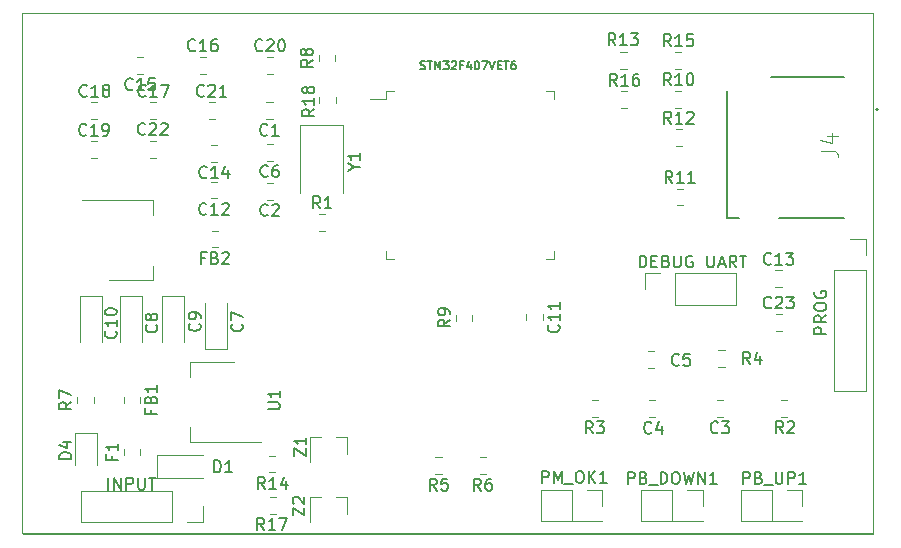
<source format=gbr>
G04 #@! TF.GenerationSoftware,KiCad,Pcbnew,(5.1.5)-3*
G04 #@! TF.CreationDate,2020-08-27T07:53:39+02:00*
G04 #@! TF.ProjectId,licznik,6c69637a-6e69-46b2-9e6b-696361645f70,rev?*
G04 #@! TF.SameCoordinates,Original*
G04 #@! TF.FileFunction,Legend,Top*
G04 #@! TF.FilePolarity,Positive*
%FSLAX46Y46*%
G04 Gerber Fmt 4.6, Leading zero omitted, Abs format (unit mm)*
G04 Created by KiCad (PCBNEW (5.1.5)-3) date 2020-08-27 07:53:39*
%MOMM*%
%LPD*%
G04 APERTURE LIST*
%ADD10C,0.120000*%
%ADD11C,0.200000*%
%ADD12C,0.127000*%
%ADD13C,0.150000*%
%ADD14C,0.100000*%
G04 APERTURE END LIST*
D10*
X161650000Y-106700000D02*
X161650000Y-62700000D01*
X89700000Y-106750000D02*
X161650000Y-106700000D01*
X89650000Y-62650000D02*
X90650000Y-62650000D01*
X161650000Y-62650000D02*
X89650000Y-62650000D01*
X161650000Y-106650000D02*
X161650000Y-62650000D01*
X89650000Y-106650000D02*
X161650000Y-106650000D01*
X89650000Y-62650000D02*
X89650000Y-106650000D01*
X117180000Y-103590000D02*
X117180000Y-105050000D01*
X114020000Y-103590000D02*
X114020000Y-105750000D01*
X114020000Y-103590000D02*
X114950000Y-103590000D01*
X117180000Y-103590000D02*
X116250000Y-103590000D01*
X117180000Y-98515000D02*
X117180000Y-99975000D01*
X114020000Y-98515000D02*
X114020000Y-100675000D01*
X114020000Y-98515000D02*
X114950000Y-98515000D01*
X117180000Y-98515000D02*
X116250000Y-98515000D01*
X114765000Y-69728922D02*
X114765000Y-70246078D01*
X116185000Y-69728922D02*
X116185000Y-70246078D01*
X153453922Y-89535000D02*
X153971078Y-89535000D01*
X153453922Y-88115000D02*
X153971078Y-88115000D01*
X104930000Y-104400000D02*
X104930000Y-105730000D01*
X104930000Y-105730000D02*
X103600000Y-105730000D01*
X102330000Y-105730000D02*
X94650000Y-105730000D01*
X94650000Y-103070000D02*
X94650000Y-105730000D01*
X102330000Y-103070000D02*
X94650000Y-103070000D01*
X102330000Y-103070000D02*
X102330000Y-105730000D01*
X110871078Y-73690000D02*
X110353922Y-73690000D01*
X110871078Y-75110000D02*
X110353922Y-75110000D01*
X113175000Y-72125000D02*
X113175000Y-77875000D01*
X116775000Y-72125000D02*
X113175000Y-72125000D01*
X116775000Y-77875000D02*
X116775000Y-72125000D01*
X120440000Y-69940000D02*
X119075000Y-69940000D01*
X120440000Y-69240000D02*
X120440000Y-69940000D01*
X121140000Y-69240000D02*
X120440000Y-69240000D01*
X134660000Y-69240000D02*
X134660000Y-69940000D01*
X133960000Y-69240000D02*
X134660000Y-69240000D01*
X120440000Y-83460000D02*
X120440000Y-82760000D01*
X121140000Y-83460000D02*
X120440000Y-83460000D01*
X134660000Y-83460000D02*
X134660000Y-82760000D01*
X133960000Y-83460000D02*
X134660000Y-83460000D01*
X94750000Y-78440000D02*
X100760000Y-78440000D01*
X97000000Y-85260000D02*
X100760000Y-85260000D01*
X100760000Y-78440000D02*
X100760000Y-79700000D01*
X100760000Y-85260000D02*
X100760000Y-84000000D01*
X109850000Y-98960000D02*
X103840000Y-98960000D01*
X107600000Y-92140000D02*
X103840000Y-92140000D01*
X103840000Y-98960000D02*
X103840000Y-97700000D01*
X103840000Y-92140000D02*
X103840000Y-93400000D01*
X110591422Y-105060000D02*
X111108578Y-105060000D01*
X110591422Y-103640000D02*
X111108578Y-103640000D01*
X140378922Y-70685000D02*
X140896078Y-70685000D01*
X140378922Y-69265000D02*
X140896078Y-69265000D01*
X144953922Y-67335000D02*
X145471078Y-67335000D01*
X144953922Y-65915000D02*
X145471078Y-65915000D01*
X110578922Y-101510000D02*
X111096078Y-101510000D01*
X110578922Y-100090000D02*
X111096078Y-100090000D01*
X140303922Y-67360000D02*
X140821078Y-67360000D01*
X140303922Y-65940000D02*
X140821078Y-65940000D01*
X144978922Y-73885000D02*
X145496078Y-73885000D01*
X144978922Y-72465000D02*
X145496078Y-72465000D01*
X145078922Y-78910000D02*
X145596078Y-78910000D01*
X145078922Y-77490000D02*
X145596078Y-77490000D01*
X144953922Y-70635000D02*
X145471078Y-70635000D01*
X144953922Y-69215000D02*
X145471078Y-69215000D01*
X127760000Y-88671078D02*
X127760000Y-88153922D01*
X126340000Y-88671078D02*
X126340000Y-88153922D01*
X116160000Y-66671078D02*
X116160000Y-66153922D01*
X114740000Y-66671078D02*
X114740000Y-66153922D01*
X95710000Y-95646078D02*
X95710000Y-95128922D01*
X94290000Y-95646078D02*
X94290000Y-95128922D01*
X128921078Y-100240000D02*
X128403922Y-100240000D01*
X128921078Y-101660000D02*
X128403922Y-101660000D01*
X125158578Y-100240000D02*
X124641422Y-100240000D01*
X125158578Y-101660000D02*
X124641422Y-101660000D01*
X148603922Y-92610000D02*
X149121078Y-92610000D01*
X148603922Y-91190000D02*
X149121078Y-91190000D01*
X138371078Y-95390000D02*
X137853922Y-95390000D01*
X138371078Y-96810000D02*
X137853922Y-96810000D01*
X153866422Y-96810000D02*
X154383578Y-96810000D01*
X153866422Y-95390000D02*
X154383578Y-95390000D01*
X114791422Y-81060000D02*
X115308578Y-81060000D01*
X114791422Y-79640000D02*
X115308578Y-79640000D01*
X137450000Y-102995000D02*
X138780000Y-102995000D01*
X138780000Y-102995000D02*
X138780000Y-104325000D01*
X136180000Y-102995000D02*
X136180000Y-105595000D01*
X136180000Y-105595000D02*
X138780000Y-105595000D01*
X138780000Y-105595000D02*
X138780000Y-105655000D01*
X133580000Y-105655000D02*
X138780000Y-105655000D01*
X133580000Y-102995000D02*
X133580000Y-105655000D01*
X133580000Y-102995000D02*
X136180000Y-102995000D01*
X154365000Y-102995000D02*
X155695000Y-102995000D01*
X155695000Y-102995000D02*
X155695000Y-104325000D01*
X153095000Y-102995000D02*
X153095000Y-105595000D01*
X153095000Y-105595000D02*
X155695000Y-105595000D01*
X155695000Y-105595000D02*
X155695000Y-105655000D01*
X150495000Y-105655000D02*
X155695000Y-105655000D01*
X150495000Y-102995000D02*
X150495000Y-105655000D01*
X150495000Y-102995000D02*
X153095000Y-102995000D01*
X145950000Y-102995000D02*
X147280000Y-102995000D01*
X147280000Y-102995000D02*
X147280000Y-104325000D01*
X144680000Y-102995000D02*
X144680000Y-105595000D01*
X144680000Y-105595000D02*
X147280000Y-105595000D01*
X147280000Y-105595000D02*
X147280000Y-105655000D01*
X142080000Y-105655000D02*
X147280000Y-105655000D01*
X142080000Y-102995000D02*
X142080000Y-105655000D01*
X142080000Y-102995000D02*
X144680000Y-102995000D01*
D11*
X162125000Y-70775000D02*
G75*
G03X162125000Y-70775000I-100000J0D01*
G01*
D12*
X153745000Y-79950000D02*
X159205000Y-79950000D01*
X149325000Y-69195000D02*
X149325000Y-79950000D01*
X159205000Y-68000000D02*
X153045000Y-68000000D01*
X149325000Y-79950000D02*
X150355000Y-79950000D01*
D10*
X142345000Y-86000000D02*
X142345000Y-84670000D01*
X142345000Y-84670000D02*
X143675000Y-84670000D01*
X144945000Y-84670000D02*
X150085000Y-84670000D01*
X150085000Y-87330000D02*
X150085000Y-84670000D01*
X144945000Y-87330000D02*
X150085000Y-87330000D01*
X144945000Y-87330000D02*
X144945000Y-84670000D01*
X159750000Y-81795000D02*
X161080000Y-81795000D01*
X161080000Y-81795000D02*
X161080000Y-83125000D01*
X161080000Y-84395000D02*
X161080000Y-94615000D01*
X158420000Y-94615000D02*
X161080000Y-94615000D01*
X158420000Y-84395000D02*
X158420000Y-94615000D01*
X158420000Y-84395000D02*
X161080000Y-84395000D01*
X106208578Y-81040000D02*
X105691422Y-81040000D01*
X106208578Y-82460000D02*
X105691422Y-82460000D01*
X98240000Y-95103922D02*
X98240000Y-95621078D01*
X99660000Y-95103922D02*
X99660000Y-95621078D01*
X99660000Y-100046078D02*
X99660000Y-99528922D01*
X98240000Y-100046078D02*
X98240000Y-99528922D01*
X94090000Y-98202500D02*
X94090000Y-100887500D01*
X96010000Y-98202500D02*
X94090000Y-98202500D01*
X96010000Y-100887500D02*
X96010000Y-98202500D01*
X101050000Y-100000000D02*
X104950000Y-100000000D01*
X101050000Y-102000000D02*
X104950000Y-102000000D01*
X101050000Y-100000000D02*
X101050000Y-102000000D01*
X100441422Y-74860000D02*
X100958578Y-74860000D01*
X100441422Y-73440000D02*
X100958578Y-73440000D01*
X105428922Y-71610000D02*
X105946078Y-71610000D01*
X105428922Y-70190000D02*
X105946078Y-70190000D01*
X110378922Y-67760000D02*
X110896078Y-67760000D01*
X110378922Y-66340000D02*
X110896078Y-66340000D01*
X95478922Y-74910000D02*
X95996078Y-74910000D01*
X95478922Y-73490000D02*
X95996078Y-73490000D01*
X95503922Y-71610000D02*
X96021078Y-71610000D01*
X95503922Y-70190000D02*
X96021078Y-70190000D01*
X100478922Y-71610000D02*
X100996078Y-71610000D01*
X100478922Y-70190000D02*
X100996078Y-70190000D01*
X104678922Y-67760000D02*
X105196078Y-67760000D01*
X104678922Y-66340000D02*
X105196078Y-66340000D01*
X99908578Y-66340000D02*
X99391422Y-66340000D01*
X99908578Y-67760000D02*
X99391422Y-67760000D01*
X106171078Y-73790000D02*
X105653922Y-73790000D01*
X106171078Y-75210000D02*
X105653922Y-75210000D01*
X153428922Y-85835000D02*
X153946078Y-85835000D01*
X153428922Y-84415000D02*
X153946078Y-84415000D01*
X106158578Y-76890000D02*
X105641422Y-76890000D01*
X106158578Y-78310000D02*
X105641422Y-78310000D01*
X132340000Y-88128922D02*
X132340000Y-88646078D01*
X133760000Y-88128922D02*
X133760000Y-88646078D01*
X94515000Y-86590000D02*
X94515000Y-90500000D01*
X96385000Y-86590000D02*
X94515000Y-86590000D01*
X96385000Y-90500000D02*
X96385000Y-86590000D01*
X101465000Y-86540000D02*
X101465000Y-90450000D01*
X103335000Y-86540000D02*
X101465000Y-86540000D01*
X103335000Y-90450000D02*
X103335000Y-86540000D01*
X97965000Y-86540000D02*
X97965000Y-90450000D01*
X99835000Y-86540000D02*
X97965000Y-86540000D01*
X99835000Y-90450000D02*
X99835000Y-86540000D01*
X107035000Y-91060000D02*
X107035000Y-87150000D01*
X105165000Y-91060000D02*
X107035000Y-91060000D01*
X105165000Y-87150000D02*
X105165000Y-91060000D01*
X143171078Y-91265000D02*
X142653922Y-91265000D01*
X143171078Y-92685000D02*
X142653922Y-92685000D01*
X142753922Y-96810000D02*
X143271078Y-96810000D01*
X142753922Y-95390000D02*
X143271078Y-95390000D01*
X148983578Y-95390000D02*
X148466422Y-95390000D01*
X148983578Y-96810000D02*
X148466422Y-96810000D01*
X110858578Y-76990000D02*
X110341422Y-76990000D01*
X110858578Y-78410000D02*
X110341422Y-78410000D01*
X110846078Y-70190000D02*
X110328922Y-70190000D01*
X110846078Y-71610000D02*
X110328922Y-71610000D01*
D13*
X112552380Y-105159523D02*
X112552380Y-104492857D01*
X113552380Y-105159523D01*
X113552380Y-104492857D01*
X112647619Y-104159523D02*
X112600000Y-104111904D01*
X112552380Y-104016666D01*
X112552380Y-103778571D01*
X112600000Y-103683333D01*
X112647619Y-103635714D01*
X112742857Y-103588095D01*
X112838095Y-103588095D01*
X112980952Y-103635714D01*
X113552380Y-104207142D01*
X113552380Y-103588095D01*
X112702380Y-100134523D02*
X112702380Y-99467857D01*
X113702380Y-100134523D01*
X113702380Y-99467857D01*
X113702380Y-98563095D02*
X113702380Y-99134523D01*
X113702380Y-98848809D02*
X112702380Y-98848809D01*
X112845238Y-98944047D01*
X112940476Y-99039285D01*
X112988095Y-99134523D01*
X114377380Y-70767857D02*
X113901190Y-71101190D01*
X114377380Y-71339285D02*
X113377380Y-71339285D01*
X113377380Y-70958333D01*
X113425000Y-70863095D01*
X113472619Y-70815476D01*
X113567857Y-70767857D01*
X113710714Y-70767857D01*
X113805952Y-70815476D01*
X113853571Y-70863095D01*
X113901190Y-70958333D01*
X113901190Y-71339285D01*
X114377380Y-69815476D02*
X114377380Y-70386904D01*
X114377380Y-70101190D02*
X113377380Y-70101190D01*
X113520238Y-70196428D01*
X113615476Y-70291666D01*
X113663095Y-70386904D01*
X113805952Y-69244047D02*
X113758333Y-69339285D01*
X113710714Y-69386904D01*
X113615476Y-69434523D01*
X113567857Y-69434523D01*
X113472619Y-69386904D01*
X113425000Y-69339285D01*
X113377380Y-69244047D01*
X113377380Y-69053571D01*
X113425000Y-68958333D01*
X113472619Y-68910714D01*
X113567857Y-68863095D01*
X113615476Y-68863095D01*
X113710714Y-68910714D01*
X113758333Y-68958333D01*
X113805952Y-69053571D01*
X113805952Y-69244047D01*
X113853571Y-69339285D01*
X113901190Y-69386904D01*
X113996428Y-69434523D01*
X114186904Y-69434523D01*
X114282142Y-69386904D01*
X114329761Y-69339285D01*
X114377380Y-69244047D01*
X114377380Y-69053571D01*
X114329761Y-68958333D01*
X114282142Y-68910714D01*
X114186904Y-68863095D01*
X113996428Y-68863095D01*
X113901190Y-68910714D01*
X113853571Y-68958333D01*
X113805952Y-69053571D01*
X153069642Y-87532142D02*
X153022023Y-87579761D01*
X152879166Y-87627380D01*
X152783928Y-87627380D01*
X152641071Y-87579761D01*
X152545833Y-87484523D01*
X152498214Y-87389285D01*
X152450595Y-87198809D01*
X152450595Y-87055952D01*
X152498214Y-86865476D01*
X152545833Y-86770238D01*
X152641071Y-86675000D01*
X152783928Y-86627380D01*
X152879166Y-86627380D01*
X153022023Y-86675000D01*
X153069642Y-86722619D01*
X153450595Y-86722619D02*
X153498214Y-86675000D01*
X153593452Y-86627380D01*
X153831547Y-86627380D01*
X153926785Y-86675000D01*
X153974404Y-86722619D01*
X154022023Y-86817857D01*
X154022023Y-86913095D01*
X153974404Y-87055952D01*
X153402976Y-87627380D01*
X154022023Y-87627380D01*
X154355357Y-86627380D02*
X154974404Y-86627380D01*
X154641071Y-87008333D01*
X154783928Y-87008333D01*
X154879166Y-87055952D01*
X154926785Y-87103571D01*
X154974404Y-87198809D01*
X154974404Y-87436904D01*
X154926785Y-87532142D01*
X154879166Y-87579761D01*
X154783928Y-87627380D01*
X154498214Y-87627380D01*
X154402976Y-87579761D01*
X154355357Y-87532142D01*
X96946428Y-102977380D02*
X96946428Y-101977380D01*
X97422619Y-102977380D02*
X97422619Y-101977380D01*
X97994047Y-102977380D01*
X97994047Y-101977380D01*
X98470238Y-102977380D02*
X98470238Y-101977380D01*
X98851190Y-101977380D01*
X98946428Y-102025000D01*
X98994047Y-102072619D01*
X99041666Y-102167857D01*
X99041666Y-102310714D01*
X98994047Y-102405952D01*
X98946428Y-102453571D01*
X98851190Y-102501190D01*
X98470238Y-102501190D01*
X99470238Y-101977380D02*
X99470238Y-102786904D01*
X99517857Y-102882142D01*
X99565476Y-102929761D01*
X99660714Y-102977380D01*
X99851190Y-102977380D01*
X99946428Y-102929761D01*
X99994047Y-102882142D01*
X100041666Y-102786904D01*
X100041666Y-101977380D01*
X100375000Y-101977380D02*
X100946428Y-101977380D01*
X100660714Y-102977380D02*
X100660714Y-101977380D01*
X110445833Y-76407142D02*
X110398214Y-76454761D01*
X110255357Y-76502380D01*
X110160119Y-76502380D01*
X110017261Y-76454761D01*
X109922023Y-76359523D01*
X109874404Y-76264285D01*
X109826785Y-76073809D01*
X109826785Y-75930952D01*
X109874404Y-75740476D01*
X109922023Y-75645238D01*
X110017261Y-75550000D01*
X110160119Y-75502380D01*
X110255357Y-75502380D01*
X110398214Y-75550000D01*
X110445833Y-75597619D01*
X111302976Y-75502380D02*
X111112500Y-75502380D01*
X111017261Y-75550000D01*
X110969642Y-75597619D01*
X110874404Y-75740476D01*
X110826785Y-75930952D01*
X110826785Y-76311904D01*
X110874404Y-76407142D01*
X110922023Y-76454761D01*
X111017261Y-76502380D01*
X111207738Y-76502380D01*
X111302976Y-76454761D01*
X111350595Y-76407142D01*
X111398214Y-76311904D01*
X111398214Y-76073809D01*
X111350595Y-75978571D01*
X111302976Y-75930952D01*
X111207738Y-75883333D01*
X111017261Y-75883333D01*
X110922023Y-75930952D01*
X110874404Y-75978571D01*
X110826785Y-76073809D01*
X117751190Y-75651190D02*
X118227380Y-75651190D01*
X117227380Y-75984523D02*
X117751190Y-75651190D01*
X117227380Y-75317857D01*
X118227380Y-74460714D02*
X118227380Y-75032142D01*
X118227380Y-74746428D02*
X117227380Y-74746428D01*
X117370238Y-74841666D01*
X117465476Y-74936904D01*
X117513095Y-75032142D01*
X123350000Y-67358333D02*
X123450000Y-67391666D01*
X123616666Y-67391666D01*
X123683333Y-67358333D01*
X123716666Y-67325000D01*
X123750000Y-67258333D01*
X123750000Y-67191666D01*
X123716666Y-67125000D01*
X123683333Y-67091666D01*
X123616666Y-67058333D01*
X123483333Y-67025000D01*
X123416666Y-66991666D01*
X123383333Y-66958333D01*
X123350000Y-66891666D01*
X123350000Y-66825000D01*
X123383333Y-66758333D01*
X123416666Y-66725000D01*
X123483333Y-66691666D01*
X123650000Y-66691666D01*
X123750000Y-66725000D01*
X123950000Y-66691666D02*
X124350000Y-66691666D01*
X124150000Y-67391666D02*
X124150000Y-66691666D01*
X124583333Y-67391666D02*
X124583333Y-66691666D01*
X124816666Y-67191666D01*
X125050000Y-66691666D01*
X125050000Y-67391666D01*
X125316666Y-66691666D02*
X125750000Y-66691666D01*
X125516666Y-66958333D01*
X125616666Y-66958333D01*
X125683333Y-66991666D01*
X125716666Y-67025000D01*
X125750000Y-67091666D01*
X125750000Y-67258333D01*
X125716666Y-67325000D01*
X125683333Y-67358333D01*
X125616666Y-67391666D01*
X125416666Y-67391666D01*
X125350000Y-67358333D01*
X125316666Y-67325000D01*
X126016666Y-66758333D02*
X126050000Y-66725000D01*
X126116666Y-66691666D01*
X126283333Y-66691666D01*
X126350000Y-66725000D01*
X126383333Y-66758333D01*
X126416666Y-66825000D01*
X126416666Y-66891666D01*
X126383333Y-66991666D01*
X125983333Y-67391666D01*
X126416666Y-67391666D01*
X126950000Y-67025000D02*
X126716666Y-67025000D01*
X126716666Y-67391666D02*
X126716666Y-66691666D01*
X127050000Y-66691666D01*
X127616666Y-66925000D02*
X127616666Y-67391666D01*
X127450000Y-66658333D02*
X127283333Y-67158333D01*
X127716666Y-67158333D01*
X128116666Y-66691666D02*
X128183333Y-66691666D01*
X128250000Y-66725000D01*
X128283333Y-66758333D01*
X128316666Y-66825000D01*
X128350000Y-66958333D01*
X128350000Y-67125000D01*
X128316666Y-67258333D01*
X128283333Y-67325000D01*
X128250000Y-67358333D01*
X128183333Y-67391666D01*
X128116666Y-67391666D01*
X128050000Y-67358333D01*
X128016666Y-67325000D01*
X127983333Y-67258333D01*
X127950000Y-67125000D01*
X127950000Y-66958333D01*
X127983333Y-66825000D01*
X128016666Y-66758333D01*
X128050000Y-66725000D01*
X128116666Y-66691666D01*
X128583333Y-66691666D02*
X129050000Y-66691666D01*
X128750000Y-67391666D01*
X129216666Y-66691666D02*
X129450000Y-67391666D01*
X129683333Y-66691666D01*
X129916666Y-67025000D02*
X130150000Y-67025000D01*
X130250000Y-67391666D02*
X129916666Y-67391666D01*
X129916666Y-66691666D01*
X130250000Y-66691666D01*
X130450000Y-66691666D02*
X130850000Y-66691666D01*
X130650000Y-67391666D02*
X130650000Y-66691666D01*
X131383333Y-66691666D02*
X131250000Y-66691666D01*
X131183333Y-66725000D01*
X131150000Y-66758333D01*
X131083333Y-66858333D01*
X131050000Y-66991666D01*
X131050000Y-67258333D01*
X131083333Y-67325000D01*
X131116666Y-67358333D01*
X131183333Y-67391666D01*
X131316666Y-67391666D01*
X131383333Y-67358333D01*
X131416666Y-67325000D01*
X131450000Y-67258333D01*
X131450000Y-67091666D01*
X131416666Y-67025000D01*
X131383333Y-66991666D01*
X131316666Y-66958333D01*
X131183333Y-66958333D01*
X131116666Y-66991666D01*
X131083333Y-67025000D01*
X131050000Y-67091666D01*
X110452380Y-96161904D02*
X111261904Y-96161904D01*
X111357142Y-96114285D01*
X111404761Y-96066666D01*
X111452380Y-95971428D01*
X111452380Y-95780952D01*
X111404761Y-95685714D01*
X111357142Y-95638095D01*
X111261904Y-95590476D01*
X110452380Y-95590476D01*
X111452380Y-94590476D02*
X111452380Y-95161904D01*
X111452380Y-94876190D02*
X110452380Y-94876190D01*
X110595238Y-94971428D01*
X110690476Y-95066666D01*
X110738095Y-95161904D01*
X110132142Y-106377380D02*
X109798809Y-105901190D01*
X109560714Y-106377380D02*
X109560714Y-105377380D01*
X109941666Y-105377380D01*
X110036904Y-105425000D01*
X110084523Y-105472619D01*
X110132142Y-105567857D01*
X110132142Y-105710714D01*
X110084523Y-105805952D01*
X110036904Y-105853571D01*
X109941666Y-105901190D01*
X109560714Y-105901190D01*
X111084523Y-106377380D02*
X110513095Y-106377380D01*
X110798809Y-106377380D02*
X110798809Y-105377380D01*
X110703571Y-105520238D01*
X110608333Y-105615476D01*
X110513095Y-105663095D01*
X111417857Y-105377380D02*
X112084523Y-105377380D01*
X111655952Y-106377380D01*
X139994642Y-68777380D02*
X139661309Y-68301190D01*
X139423214Y-68777380D02*
X139423214Y-67777380D01*
X139804166Y-67777380D01*
X139899404Y-67825000D01*
X139947023Y-67872619D01*
X139994642Y-67967857D01*
X139994642Y-68110714D01*
X139947023Y-68205952D01*
X139899404Y-68253571D01*
X139804166Y-68301190D01*
X139423214Y-68301190D01*
X140947023Y-68777380D02*
X140375595Y-68777380D01*
X140661309Y-68777380D02*
X140661309Y-67777380D01*
X140566071Y-67920238D01*
X140470833Y-68015476D01*
X140375595Y-68063095D01*
X141804166Y-67777380D02*
X141613690Y-67777380D01*
X141518452Y-67825000D01*
X141470833Y-67872619D01*
X141375595Y-68015476D01*
X141327976Y-68205952D01*
X141327976Y-68586904D01*
X141375595Y-68682142D01*
X141423214Y-68729761D01*
X141518452Y-68777380D01*
X141708928Y-68777380D01*
X141804166Y-68729761D01*
X141851785Y-68682142D01*
X141899404Y-68586904D01*
X141899404Y-68348809D01*
X141851785Y-68253571D01*
X141804166Y-68205952D01*
X141708928Y-68158333D01*
X141518452Y-68158333D01*
X141423214Y-68205952D01*
X141375595Y-68253571D01*
X141327976Y-68348809D01*
X144569642Y-65427380D02*
X144236309Y-64951190D01*
X143998214Y-65427380D02*
X143998214Y-64427380D01*
X144379166Y-64427380D01*
X144474404Y-64475000D01*
X144522023Y-64522619D01*
X144569642Y-64617857D01*
X144569642Y-64760714D01*
X144522023Y-64855952D01*
X144474404Y-64903571D01*
X144379166Y-64951190D01*
X143998214Y-64951190D01*
X145522023Y-65427380D02*
X144950595Y-65427380D01*
X145236309Y-65427380D02*
X145236309Y-64427380D01*
X145141071Y-64570238D01*
X145045833Y-64665476D01*
X144950595Y-64713095D01*
X146426785Y-64427380D02*
X145950595Y-64427380D01*
X145902976Y-64903571D01*
X145950595Y-64855952D01*
X146045833Y-64808333D01*
X146283928Y-64808333D01*
X146379166Y-64855952D01*
X146426785Y-64903571D01*
X146474404Y-64998809D01*
X146474404Y-65236904D01*
X146426785Y-65332142D01*
X146379166Y-65379761D01*
X146283928Y-65427380D01*
X146045833Y-65427380D01*
X145950595Y-65379761D01*
X145902976Y-65332142D01*
X110207142Y-102927380D02*
X109873809Y-102451190D01*
X109635714Y-102927380D02*
X109635714Y-101927380D01*
X110016666Y-101927380D01*
X110111904Y-101975000D01*
X110159523Y-102022619D01*
X110207142Y-102117857D01*
X110207142Y-102260714D01*
X110159523Y-102355952D01*
X110111904Y-102403571D01*
X110016666Y-102451190D01*
X109635714Y-102451190D01*
X111159523Y-102927380D02*
X110588095Y-102927380D01*
X110873809Y-102927380D02*
X110873809Y-101927380D01*
X110778571Y-102070238D01*
X110683333Y-102165476D01*
X110588095Y-102213095D01*
X112016666Y-102260714D02*
X112016666Y-102927380D01*
X111778571Y-101879761D02*
X111540476Y-102594047D01*
X112159523Y-102594047D01*
X139882142Y-65352380D02*
X139548809Y-64876190D01*
X139310714Y-65352380D02*
X139310714Y-64352380D01*
X139691666Y-64352380D01*
X139786904Y-64400000D01*
X139834523Y-64447619D01*
X139882142Y-64542857D01*
X139882142Y-64685714D01*
X139834523Y-64780952D01*
X139786904Y-64828571D01*
X139691666Y-64876190D01*
X139310714Y-64876190D01*
X140834523Y-65352380D02*
X140263095Y-65352380D01*
X140548809Y-65352380D02*
X140548809Y-64352380D01*
X140453571Y-64495238D01*
X140358333Y-64590476D01*
X140263095Y-64638095D01*
X141167857Y-64352380D02*
X141786904Y-64352380D01*
X141453571Y-64733333D01*
X141596428Y-64733333D01*
X141691666Y-64780952D01*
X141739285Y-64828571D01*
X141786904Y-64923809D01*
X141786904Y-65161904D01*
X141739285Y-65257142D01*
X141691666Y-65304761D01*
X141596428Y-65352380D01*
X141310714Y-65352380D01*
X141215476Y-65304761D01*
X141167857Y-65257142D01*
X144594642Y-71977380D02*
X144261309Y-71501190D01*
X144023214Y-71977380D02*
X144023214Y-70977380D01*
X144404166Y-70977380D01*
X144499404Y-71025000D01*
X144547023Y-71072619D01*
X144594642Y-71167857D01*
X144594642Y-71310714D01*
X144547023Y-71405952D01*
X144499404Y-71453571D01*
X144404166Y-71501190D01*
X144023214Y-71501190D01*
X145547023Y-71977380D02*
X144975595Y-71977380D01*
X145261309Y-71977380D02*
X145261309Y-70977380D01*
X145166071Y-71120238D01*
X145070833Y-71215476D01*
X144975595Y-71263095D01*
X145927976Y-71072619D02*
X145975595Y-71025000D01*
X146070833Y-70977380D01*
X146308928Y-70977380D01*
X146404166Y-71025000D01*
X146451785Y-71072619D01*
X146499404Y-71167857D01*
X146499404Y-71263095D01*
X146451785Y-71405952D01*
X145880357Y-71977380D01*
X146499404Y-71977380D01*
X144694642Y-77002380D02*
X144361309Y-76526190D01*
X144123214Y-77002380D02*
X144123214Y-76002380D01*
X144504166Y-76002380D01*
X144599404Y-76050000D01*
X144647023Y-76097619D01*
X144694642Y-76192857D01*
X144694642Y-76335714D01*
X144647023Y-76430952D01*
X144599404Y-76478571D01*
X144504166Y-76526190D01*
X144123214Y-76526190D01*
X145647023Y-77002380D02*
X145075595Y-77002380D01*
X145361309Y-77002380D02*
X145361309Y-76002380D01*
X145266071Y-76145238D01*
X145170833Y-76240476D01*
X145075595Y-76288095D01*
X146599404Y-77002380D02*
X146027976Y-77002380D01*
X146313690Y-77002380D02*
X146313690Y-76002380D01*
X146218452Y-76145238D01*
X146123214Y-76240476D01*
X146027976Y-76288095D01*
X144569642Y-68727380D02*
X144236309Y-68251190D01*
X143998214Y-68727380D02*
X143998214Y-67727380D01*
X144379166Y-67727380D01*
X144474404Y-67775000D01*
X144522023Y-67822619D01*
X144569642Y-67917857D01*
X144569642Y-68060714D01*
X144522023Y-68155952D01*
X144474404Y-68203571D01*
X144379166Y-68251190D01*
X143998214Y-68251190D01*
X145522023Y-68727380D02*
X144950595Y-68727380D01*
X145236309Y-68727380D02*
X145236309Y-67727380D01*
X145141071Y-67870238D01*
X145045833Y-67965476D01*
X144950595Y-68013095D01*
X146141071Y-67727380D02*
X146236309Y-67727380D01*
X146331547Y-67775000D01*
X146379166Y-67822619D01*
X146426785Y-67917857D01*
X146474404Y-68108333D01*
X146474404Y-68346428D01*
X146426785Y-68536904D01*
X146379166Y-68632142D01*
X146331547Y-68679761D01*
X146236309Y-68727380D01*
X146141071Y-68727380D01*
X146045833Y-68679761D01*
X145998214Y-68632142D01*
X145950595Y-68536904D01*
X145902976Y-68346428D01*
X145902976Y-68108333D01*
X145950595Y-67917857D01*
X145998214Y-67822619D01*
X146045833Y-67775000D01*
X146141071Y-67727380D01*
X125852380Y-88579166D02*
X125376190Y-88912500D01*
X125852380Y-89150595D02*
X124852380Y-89150595D01*
X124852380Y-88769642D01*
X124900000Y-88674404D01*
X124947619Y-88626785D01*
X125042857Y-88579166D01*
X125185714Y-88579166D01*
X125280952Y-88626785D01*
X125328571Y-88674404D01*
X125376190Y-88769642D01*
X125376190Y-89150595D01*
X125852380Y-88102976D02*
X125852380Y-87912500D01*
X125804761Y-87817261D01*
X125757142Y-87769642D01*
X125614285Y-87674404D01*
X125423809Y-87626785D01*
X125042857Y-87626785D01*
X124947619Y-87674404D01*
X124900000Y-87722023D01*
X124852380Y-87817261D01*
X124852380Y-88007738D01*
X124900000Y-88102976D01*
X124947619Y-88150595D01*
X125042857Y-88198214D01*
X125280952Y-88198214D01*
X125376190Y-88150595D01*
X125423809Y-88102976D01*
X125471428Y-88007738D01*
X125471428Y-87817261D01*
X125423809Y-87722023D01*
X125376190Y-87674404D01*
X125280952Y-87626785D01*
X114252380Y-66579166D02*
X113776190Y-66912500D01*
X114252380Y-67150595D02*
X113252380Y-67150595D01*
X113252380Y-66769642D01*
X113300000Y-66674404D01*
X113347619Y-66626785D01*
X113442857Y-66579166D01*
X113585714Y-66579166D01*
X113680952Y-66626785D01*
X113728571Y-66674404D01*
X113776190Y-66769642D01*
X113776190Y-67150595D01*
X113680952Y-66007738D02*
X113633333Y-66102976D01*
X113585714Y-66150595D01*
X113490476Y-66198214D01*
X113442857Y-66198214D01*
X113347619Y-66150595D01*
X113300000Y-66102976D01*
X113252380Y-66007738D01*
X113252380Y-65817261D01*
X113300000Y-65722023D01*
X113347619Y-65674404D01*
X113442857Y-65626785D01*
X113490476Y-65626785D01*
X113585714Y-65674404D01*
X113633333Y-65722023D01*
X113680952Y-65817261D01*
X113680952Y-66007738D01*
X113728571Y-66102976D01*
X113776190Y-66150595D01*
X113871428Y-66198214D01*
X114061904Y-66198214D01*
X114157142Y-66150595D01*
X114204761Y-66102976D01*
X114252380Y-66007738D01*
X114252380Y-65817261D01*
X114204761Y-65722023D01*
X114157142Y-65674404D01*
X114061904Y-65626785D01*
X113871428Y-65626785D01*
X113776190Y-65674404D01*
X113728571Y-65722023D01*
X113680952Y-65817261D01*
X93802380Y-95554166D02*
X93326190Y-95887500D01*
X93802380Y-96125595D02*
X92802380Y-96125595D01*
X92802380Y-95744642D01*
X92850000Y-95649404D01*
X92897619Y-95601785D01*
X92992857Y-95554166D01*
X93135714Y-95554166D01*
X93230952Y-95601785D01*
X93278571Y-95649404D01*
X93326190Y-95744642D01*
X93326190Y-96125595D01*
X92802380Y-95220833D02*
X92802380Y-94554166D01*
X93802380Y-94982738D01*
X128495833Y-103052380D02*
X128162500Y-102576190D01*
X127924404Y-103052380D02*
X127924404Y-102052380D01*
X128305357Y-102052380D01*
X128400595Y-102100000D01*
X128448214Y-102147619D01*
X128495833Y-102242857D01*
X128495833Y-102385714D01*
X128448214Y-102480952D01*
X128400595Y-102528571D01*
X128305357Y-102576190D01*
X127924404Y-102576190D01*
X129352976Y-102052380D02*
X129162500Y-102052380D01*
X129067261Y-102100000D01*
X129019642Y-102147619D01*
X128924404Y-102290476D01*
X128876785Y-102480952D01*
X128876785Y-102861904D01*
X128924404Y-102957142D01*
X128972023Y-103004761D01*
X129067261Y-103052380D01*
X129257738Y-103052380D01*
X129352976Y-103004761D01*
X129400595Y-102957142D01*
X129448214Y-102861904D01*
X129448214Y-102623809D01*
X129400595Y-102528571D01*
X129352976Y-102480952D01*
X129257738Y-102433333D01*
X129067261Y-102433333D01*
X128972023Y-102480952D01*
X128924404Y-102528571D01*
X128876785Y-102623809D01*
X124733333Y-103052380D02*
X124400000Y-102576190D01*
X124161904Y-103052380D02*
X124161904Y-102052380D01*
X124542857Y-102052380D01*
X124638095Y-102100000D01*
X124685714Y-102147619D01*
X124733333Y-102242857D01*
X124733333Y-102385714D01*
X124685714Y-102480952D01*
X124638095Y-102528571D01*
X124542857Y-102576190D01*
X124161904Y-102576190D01*
X125638095Y-102052380D02*
X125161904Y-102052380D01*
X125114285Y-102528571D01*
X125161904Y-102480952D01*
X125257142Y-102433333D01*
X125495238Y-102433333D01*
X125590476Y-102480952D01*
X125638095Y-102528571D01*
X125685714Y-102623809D01*
X125685714Y-102861904D01*
X125638095Y-102957142D01*
X125590476Y-103004761D01*
X125495238Y-103052380D01*
X125257142Y-103052380D01*
X125161904Y-103004761D01*
X125114285Y-102957142D01*
X151283333Y-92327380D02*
X150950000Y-91851190D01*
X150711904Y-92327380D02*
X150711904Y-91327380D01*
X151092857Y-91327380D01*
X151188095Y-91375000D01*
X151235714Y-91422619D01*
X151283333Y-91517857D01*
X151283333Y-91660714D01*
X151235714Y-91755952D01*
X151188095Y-91803571D01*
X151092857Y-91851190D01*
X150711904Y-91851190D01*
X152140476Y-91660714D02*
X152140476Y-92327380D01*
X151902380Y-91279761D02*
X151664285Y-91994047D01*
X152283333Y-91994047D01*
X137945833Y-98202380D02*
X137612500Y-97726190D01*
X137374404Y-98202380D02*
X137374404Y-97202380D01*
X137755357Y-97202380D01*
X137850595Y-97250000D01*
X137898214Y-97297619D01*
X137945833Y-97392857D01*
X137945833Y-97535714D01*
X137898214Y-97630952D01*
X137850595Y-97678571D01*
X137755357Y-97726190D01*
X137374404Y-97726190D01*
X138279166Y-97202380D02*
X138898214Y-97202380D01*
X138564880Y-97583333D01*
X138707738Y-97583333D01*
X138802976Y-97630952D01*
X138850595Y-97678571D01*
X138898214Y-97773809D01*
X138898214Y-98011904D01*
X138850595Y-98107142D01*
X138802976Y-98154761D01*
X138707738Y-98202380D01*
X138422023Y-98202380D01*
X138326785Y-98154761D01*
X138279166Y-98107142D01*
X154083333Y-98177380D02*
X153750000Y-97701190D01*
X153511904Y-98177380D02*
X153511904Y-97177380D01*
X153892857Y-97177380D01*
X153988095Y-97225000D01*
X154035714Y-97272619D01*
X154083333Y-97367857D01*
X154083333Y-97510714D01*
X154035714Y-97605952D01*
X153988095Y-97653571D01*
X153892857Y-97701190D01*
X153511904Y-97701190D01*
X154464285Y-97272619D02*
X154511904Y-97225000D01*
X154607142Y-97177380D01*
X154845238Y-97177380D01*
X154940476Y-97225000D01*
X154988095Y-97272619D01*
X155035714Y-97367857D01*
X155035714Y-97463095D01*
X154988095Y-97605952D01*
X154416666Y-98177380D01*
X155035714Y-98177380D01*
X114883333Y-79152380D02*
X114550000Y-78676190D01*
X114311904Y-79152380D02*
X114311904Y-78152380D01*
X114692857Y-78152380D01*
X114788095Y-78200000D01*
X114835714Y-78247619D01*
X114883333Y-78342857D01*
X114883333Y-78485714D01*
X114835714Y-78580952D01*
X114788095Y-78628571D01*
X114692857Y-78676190D01*
X114311904Y-78676190D01*
X115835714Y-79152380D02*
X115264285Y-79152380D01*
X115550000Y-79152380D02*
X115550000Y-78152380D01*
X115454761Y-78295238D01*
X115359523Y-78390476D01*
X115264285Y-78438095D01*
X133660714Y-102402380D02*
X133660714Y-101402380D01*
X134041666Y-101402380D01*
X134136904Y-101450000D01*
X134184523Y-101497619D01*
X134232142Y-101592857D01*
X134232142Y-101735714D01*
X134184523Y-101830952D01*
X134136904Y-101878571D01*
X134041666Y-101926190D01*
X133660714Y-101926190D01*
X134660714Y-102402380D02*
X134660714Y-101402380D01*
X134994047Y-102116666D01*
X135327380Y-101402380D01*
X135327380Y-102402380D01*
X135565476Y-102497619D02*
X136327380Y-102497619D01*
X136755952Y-101402380D02*
X136946428Y-101402380D01*
X137041666Y-101450000D01*
X137136904Y-101545238D01*
X137184523Y-101735714D01*
X137184523Y-102069047D01*
X137136904Y-102259523D01*
X137041666Y-102354761D01*
X136946428Y-102402380D01*
X136755952Y-102402380D01*
X136660714Y-102354761D01*
X136565476Y-102259523D01*
X136517857Y-102069047D01*
X136517857Y-101735714D01*
X136565476Y-101545238D01*
X136660714Y-101450000D01*
X136755952Y-101402380D01*
X137613095Y-102402380D02*
X137613095Y-101402380D01*
X138184523Y-102402380D02*
X137755952Y-101830952D01*
X138184523Y-101402380D02*
X137613095Y-101973809D01*
X139136904Y-102402380D02*
X138565476Y-102402380D01*
X138851190Y-102402380D02*
X138851190Y-101402380D01*
X138755952Y-101545238D01*
X138660714Y-101640476D01*
X138565476Y-101688095D01*
X150682142Y-102477380D02*
X150682142Y-101477380D01*
X151063095Y-101477380D01*
X151158333Y-101525000D01*
X151205952Y-101572619D01*
X151253571Y-101667857D01*
X151253571Y-101810714D01*
X151205952Y-101905952D01*
X151158333Y-101953571D01*
X151063095Y-102001190D01*
X150682142Y-102001190D01*
X152015476Y-101953571D02*
X152158333Y-102001190D01*
X152205952Y-102048809D01*
X152253571Y-102144047D01*
X152253571Y-102286904D01*
X152205952Y-102382142D01*
X152158333Y-102429761D01*
X152063095Y-102477380D01*
X151682142Y-102477380D01*
X151682142Y-101477380D01*
X152015476Y-101477380D01*
X152110714Y-101525000D01*
X152158333Y-101572619D01*
X152205952Y-101667857D01*
X152205952Y-101763095D01*
X152158333Y-101858333D01*
X152110714Y-101905952D01*
X152015476Y-101953571D01*
X151682142Y-101953571D01*
X152444047Y-102572619D02*
X153205952Y-102572619D01*
X153444047Y-101477380D02*
X153444047Y-102286904D01*
X153491666Y-102382142D01*
X153539285Y-102429761D01*
X153634523Y-102477380D01*
X153825000Y-102477380D01*
X153920238Y-102429761D01*
X153967857Y-102382142D01*
X154015476Y-102286904D01*
X154015476Y-101477380D01*
X154491666Y-102477380D02*
X154491666Y-101477380D01*
X154872619Y-101477380D01*
X154967857Y-101525000D01*
X155015476Y-101572619D01*
X155063095Y-101667857D01*
X155063095Y-101810714D01*
X155015476Y-101905952D01*
X154967857Y-101953571D01*
X154872619Y-102001190D01*
X154491666Y-102001190D01*
X156015476Y-102477380D02*
X155444047Y-102477380D01*
X155729761Y-102477380D02*
X155729761Y-101477380D01*
X155634523Y-101620238D01*
X155539285Y-101715476D01*
X155444047Y-101763095D01*
X140936904Y-102477380D02*
X140936904Y-101477380D01*
X141317857Y-101477380D01*
X141413095Y-101525000D01*
X141460714Y-101572619D01*
X141508333Y-101667857D01*
X141508333Y-101810714D01*
X141460714Y-101905952D01*
X141413095Y-101953571D01*
X141317857Y-102001190D01*
X140936904Y-102001190D01*
X142270238Y-101953571D02*
X142413095Y-102001190D01*
X142460714Y-102048809D01*
X142508333Y-102144047D01*
X142508333Y-102286904D01*
X142460714Y-102382142D01*
X142413095Y-102429761D01*
X142317857Y-102477380D01*
X141936904Y-102477380D01*
X141936904Y-101477380D01*
X142270238Y-101477380D01*
X142365476Y-101525000D01*
X142413095Y-101572619D01*
X142460714Y-101667857D01*
X142460714Y-101763095D01*
X142413095Y-101858333D01*
X142365476Y-101905952D01*
X142270238Y-101953571D01*
X141936904Y-101953571D01*
X142698809Y-102572619D02*
X143460714Y-102572619D01*
X143698809Y-102477380D02*
X143698809Y-101477380D01*
X143936904Y-101477380D01*
X144079761Y-101525000D01*
X144175000Y-101620238D01*
X144222619Y-101715476D01*
X144270238Y-101905952D01*
X144270238Y-102048809D01*
X144222619Y-102239285D01*
X144175000Y-102334523D01*
X144079761Y-102429761D01*
X143936904Y-102477380D01*
X143698809Y-102477380D01*
X144889285Y-101477380D02*
X145079761Y-101477380D01*
X145175000Y-101525000D01*
X145270238Y-101620238D01*
X145317857Y-101810714D01*
X145317857Y-102144047D01*
X145270238Y-102334523D01*
X145175000Y-102429761D01*
X145079761Y-102477380D01*
X144889285Y-102477380D01*
X144794047Y-102429761D01*
X144698809Y-102334523D01*
X144651190Y-102144047D01*
X144651190Y-101810714D01*
X144698809Y-101620238D01*
X144794047Y-101525000D01*
X144889285Y-101477380D01*
X145651190Y-101477380D02*
X145889285Y-102477380D01*
X146079761Y-101763095D01*
X146270238Y-102477380D01*
X146508333Y-101477380D01*
X146889285Y-102477380D02*
X146889285Y-101477380D01*
X147460714Y-102477380D01*
X147460714Y-101477380D01*
X148460714Y-102477380D02*
X147889285Y-102477380D01*
X148175000Y-102477380D02*
X148175000Y-101477380D01*
X148079761Y-101620238D01*
X147984523Y-101715476D01*
X147889285Y-101763095D01*
D14*
X157308333Y-74266666D02*
X158308333Y-74266666D01*
X158508333Y-74333333D01*
X158641666Y-74466666D01*
X158708333Y-74666666D01*
X158708333Y-74800000D01*
X157775000Y-73000000D02*
X158708333Y-73000000D01*
X157241666Y-73333333D02*
X158241666Y-73666666D01*
X158241666Y-72800000D01*
D13*
X141922619Y-84152380D02*
X141922619Y-83152380D01*
X142160714Y-83152380D01*
X142303571Y-83200000D01*
X142398809Y-83295238D01*
X142446428Y-83390476D01*
X142494047Y-83580952D01*
X142494047Y-83723809D01*
X142446428Y-83914285D01*
X142398809Y-84009523D01*
X142303571Y-84104761D01*
X142160714Y-84152380D01*
X141922619Y-84152380D01*
X142922619Y-83628571D02*
X143255952Y-83628571D01*
X143398809Y-84152380D02*
X142922619Y-84152380D01*
X142922619Y-83152380D01*
X143398809Y-83152380D01*
X144160714Y-83628571D02*
X144303571Y-83676190D01*
X144351190Y-83723809D01*
X144398809Y-83819047D01*
X144398809Y-83961904D01*
X144351190Y-84057142D01*
X144303571Y-84104761D01*
X144208333Y-84152380D01*
X143827380Y-84152380D01*
X143827380Y-83152380D01*
X144160714Y-83152380D01*
X144255952Y-83200000D01*
X144303571Y-83247619D01*
X144351190Y-83342857D01*
X144351190Y-83438095D01*
X144303571Y-83533333D01*
X144255952Y-83580952D01*
X144160714Y-83628571D01*
X143827380Y-83628571D01*
X144827380Y-83152380D02*
X144827380Y-83961904D01*
X144875000Y-84057142D01*
X144922619Y-84104761D01*
X145017857Y-84152380D01*
X145208333Y-84152380D01*
X145303571Y-84104761D01*
X145351190Y-84057142D01*
X145398809Y-83961904D01*
X145398809Y-83152380D01*
X146398809Y-83200000D02*
X146303571Y-83152380D01*
X146160714Y-83152380D01*
X146017857Y-83200000D01*
X145922619Y-83295238D01*
X145875000Y-83390476D01*
X145827380Y-83580952D01*
X145827380Y-83723809D01*
X145875000Y-83914285D01*
X145922619Y-84009523D01*
X146017857Y-84104761D01*
X146160714Y-84152380D01*
X146255952Y-84152380D01*
X146398809Y-84104761D01*
X146446428Y-84057142D01*
X146446428Y-83723809D01*
X146255952Y-83723809D01*
X147636904Y-83152380D02*
X147636904Y-83961904D01*
X147684523Y-84057142D01*
X147732142Y-84104761D01*
X147827380Y-84152380D01*
X148017857Y-84152380D01*
X148113095Y-84104761D01*
X148160714Y-84057142D01*
X148208333Y-83961904D01*
X148208333Y-83152380D01*
X148636904Y-83866666D02*
X149113095Y-83866666D01*
X148541666Y-84152380D02*
X148875000Y-83152380D01*
X149208333Y-84152380D01*
X150113095Y-84152380D02*
X149779761Y-83676190D01*
X149541666Y-84152380D02*
X149541666Y-83152380D01*
X149922619Y-83152380D01*
X150017857Y-83200000D01*
X150065476Y-83247619D01*
X150113095Y-83342857D01*
X150113095Y-83485714D01*
X150065476Y-83580952D01*
X150017857Y-83628571D01*
X149922619Y-83676190D01*
X149541666Y-83676190D01*
X150398809Y-83152380D02*
X150970238Y-83152380D01*
X150684523Y-84152380D02*
X150684523Y-83152380D01*
X157727380Y-89785714D02*
X156727380Y-89785714D01*
X156727380Y-89404761D01*
X156775000Y-89309523D01*
X156822619Y-89261904D01*
X156917857Y-89214285D01*
X157060714Y-89214285D01*
X157155952Y-89261904D01*
X157203571Y-89309523D01*
X157251190Y-89404761D01*
X157251190Y-89785714D01*
X157727380Y-88214285D02*
X157251190Y-88547619D01*
X157727380Y-88785714D02*
X156727380Y-88785714D01*
X156727380Y-88404761D01*
X156775000Y-88309523D01*
X156822619Y-88261904D01*
X156917857Y-88214285D01*
X157060714Y-88214285D01*
X157155952Y-88261904D01*
X157203571Y-88309523D01*
X157251190Y-88404761D01*
X157251190Y-88785714D01*
X156727380Y-87595238D02*
X156727380Y-87404761D01*
X156775000Y-87309523D01*
X156870238Y-87214285D01*
X157060714Y-87166666D01*
X157394047Y-87166666D01*
X157584523Y-87214285D01*
X157679761Y-87309523D01*
X157727380Y-87404761D01*
X157727380Y-87595238D01*
X157679761Y-87690476D01*
X157584523Y-87785714D01*
X157394047Y-87833333D01*
X157060714Y-87833333D01*
X156870238Y-87785714D01*
X156775000Y-87690476D01*
X156727380Y-87595238D01*
X156775000Y-86214285D02*
X156727380Y-86309523D01*
X156727380Y-86452380D01*
X156775000Y-86595238D01*
X156870238Y-86690476D01*
X156965476Y-86738095D01*
X157155952Y-86785714D01*
X157298809Y-86785714D01*
X157489285Y-86738095D01*
X157584523Y-86690476D01*
X157679761Y-86595238D01*
X157727380Y-86452380D01*
X157727380Y-86357142D01*
X157679761Y-86214285D01*
X157632142Y-86166666D01*
X157298809Y-86166666D01*
X157298809Y-86357142D01*
X105116666Y-83328571D02*
X104783333Y-83328571D01*
X104783333Y-83852380D02*
X104783333Y-82852380D01*
X105259523Y-82852380D01*
X105973809Y-83328571D02*
X106116666Y-83376190D01*
X106164285Y-83423809D01*
X106211904Y-83519047D01*
X106211904Y-83661904D01*
X106164285Y-83757142D01*
X106116666Y-83804761D01*
X106021428Y-83852380D01*
X105640476Y-83852380D01*
X105640476Y-82852380D01*
X105973809Y-82852380D01*
X106069047Y-82900000D01*
X106116666Y-82947619D01*
X106164285Y-83042857D01*
X106164285Y-83138095D01*
X106116666Y-83233333D01*
X106069047Y-83280952D01*
X105973809Y-83328571D01*
X105640476Y-83328571D01*
X106592857Y-82947619D02*
X106640476Y-82900000D01*
X106735714Y-82852380D01*
X106973809Y-82852380D01*
X107069047Y-82900000D01*
X107116666Y-82947619D01*
X107164285Y-83042857D01*
X107164285Y-83138095D01*
X107116666Y-83280952D01*
X106545238Y-83852380D01*
X107164285Y-83852380D01*
X100528571Y-96195833D02*
X100528571Y-96529166D01*
X101052380Y-96529166D02*
X100052380Y-96529166D01*
X100052380Y-96052976D01*
X100528571Y-95338690D02*
X100576190Y-95195833D01*
X100623809Y-95148214D01*
X100719047Y-95100595D01*
X100861904Y-95100595D01*
X100957142Y-95148214D01*
X101004761Y-95195833D01*
X101052380Y-95291071D01*
X101052380Y-95672023D01*
X100052380Y-95672023D01*
X100052380Y-95338690D01*
X100100000Y-95243452D01*
X100147619Y-95195833D01*
X100242857Y-95148214D01*
X100338095Y-95148214D01*
X100433333Y-95195833D01*
X100480952Y-95243452D01*
X100528571Y-95338690D01*
X100528571Y-95672023D01*
X101052380Y-94148214D02*
X101052380Y-94719642D01*
X101052380Y-94433928D02*
X100052380Y-94433928D01*
X100195238Y-94529166D01*
X100290476Y-94624404D01*
X100338095Y-94719642D01*
X97228571Y-100120833D02*
X97228571Y-100454166D01*
X97752380Y-100454166D02*
X96752380Y-100454166D01*
X96752380Y-99977976D01*
X97752380Y-99073214D02*
X97752380Y-99644642D01*
X97752380Y-99358928D02*
X96752380Y-99358928D01*
X96895238Y-99454166D01*
X96990476Y-99549404D01*
X97038095Y-99644642D01*
X93802380Y-100388095D02*
X92802380Y-100388095D01*
X92802380Y-100150000D01*
X92850000Y-100007142D01*
X92945238Y-99911904D01*
X93040476Y-99864285D01*
X93230952Y-99816666D01*
X93373809Y-99816666D01*
X93564285Y-99864285D01*
X93659523Y-99911904D01*
X93754761Y-100007142D01*
X93802380Y-100150000D01*
X93802380Y-100388095D01*
X93135714Y-98959523D02*
X93802380Y-98959523D01*
X92754761Y-99197619D02*
X93469047Y-99435714D01*
X93469047Y-98816666D01*
X105911904Y-101502380D02*
X105911904Y-100502380D01*
X106150000Y-100502380D01*
X106292857Y-100550000D01*
X106388095Y-100645238D01*
X106435714Y-100740476D01*
X106483333Y-100930952D01*
X106483333Y-101073809D01*
X106435714Y-101264285D01*
X106388095Y-101359523D01*
X106292857Y-101454761D01*
X106150000Y-101502380D01*
X105911904Y-101502380D01*
X107435714Y-101502380D02*
X106864285Y-101502380D01*
X107150000Y-101502380D02*
X107150000Y-100502380D01*
X107054761Y-100645238D01*
X106959523Y-100740476D01*
X106864285Y-100788095D01*
X100057142Y-72857142D02*
X100009523Y-72904761D01*
X99866666Y-72952380D01*
X99771428Y-72952380D01*
X99628571Y-72904761D01*
X99533333Y-72809523D01*
X99485714Y-72714285D01*
X99438095Y-72523809D01*
X99438095Y-72380952D01*
X99485714Y-72190476D01*
X99533333Y-72095238D01*
X99628571Y-72000000D01*
X99771428Y-71952380D01*
X99866666Y-71952380D01*
X100009523Y-72000000D01*
X100057142Y-72047619D01*
X100438095Y-72047619D02*
X100485714Y-72000000D01*
X100580952Y-71952380D01*
X100819047Y-71952380D01*
X100914285Y-72000000D01*
X100961904Y-72047619D01*
X101009523Y-72142857D01*
X101009523Y-72238095D01*
X100961904Y-72380952D01*
X100390476Y-72952380D01*
X101009523Y-72952380D01*
X101390476Y-72047619D02*
X101438095Y-72000000D01*
X101533333Y-71952380D01*
X101771428Y-71952380D01*
X101866666Y-72000000D01*
X101914285Y-72047619D01*
X101961904Y-72142857D01*
X101961904Y-72238095D01*
X101914285Y-72380952D01*
X101342857Y-72952380D01*
X101961904Y-72952380D01*
X105044642Y-69607142D02*
X104997023Y-69654761D01*
X104854166Y-69702380D01*
X104758928Y-69702380D01*
X104616071Y-69654761D01*
X104520833Y-69559523D01*
X104473214Y-69464285D01*
X104425595Y-69273809D01*
X104425595Y-69130952D01*
X104473214Y-68940476D01*
X104520833Y-68845238D01*
X104616071Y-68750000D01*
X104758928Y-68702380D01*
X104854166Y-68702380D01*
X104997023Y-68750000D01*
X105044642Y-68797619D01*
X105425595Y-68797619D02*
X105473214Y-68750000D01*
X105568452Y-68702380D01*
X105806547Y-68702380D01*
X105901785Y-68750000D01*
X105949404Y-68797619D01*
X105997023Y-68892857D01*
X105997023Y-68988095D01*
X105949404Y-69130952D01*
X105377976Y-69702380D01*
X105997023Y-69702380D01*
X106949404Y-69702380D02*
X106377976Y-69702380D01*
X106663690Y-69702380D02*
X106663690Y-68702380D01*
X106568452Y-68845238D01*
X106473214Y-68940476D01*
X106377976Y-68988095D01*
X109994642Y-65757142D02*
X109947023Y-65804761D01*
X109804166Y-65852380D01*
X109708928Y-65852380D01*
X109566071Y-65804761D01*
X109470833Y-65709523D01*
X109423214Y-65614285D01*
X109375595Y-65423809D01*
X109375595Y-65280952D01*
X109423214Y-65090476D01*
X109470833Y-64995238D01*
X109566071Y-64900000D01*
X109708928Y-64852380D01*
X109804166Y-64852380D01*
X109947023Y-64900000D01*
X109994642Y-64947619D01*
X110375595Y-64947619D02*
X110423214Y-64900000D01*
X110518452Y-64852380D01*
X110756547Y-64852380D01*
X110851785Y-64900000D01*
X110899404Y-64947619D01*
X110947023Y-65042857D01*
X110947023Y-65138095D01*
X110899404Y-65280952D01*
X110327976Y-65852380D01*
X110947023Y-65852380D01*
X111566071Y-64852380D02*
X111661309Y-64852380D01*
X111756547Y-64900000D01*
X111804166Y-64947619D01*
X111851785Y-65042857D01*
X111899404Y-65233333D01*
X111899404Y-65471428D01*
X111851785Y-65661904D01*
X111804166Y-65757142D01*
X111756547Y-65804761D01*
X111661309Y-65852380D01*
X111566071Y-65852380D01*
X111470833Y-65804761D01*
X111423214Y-65757142D01*
X111375595Y-65661904D01*
X111327976Y-65471428D01*
X111327976Y-65233333D01*
X111375595Y-65042857D01*
X111423214Y-64947619D01*
X111470833Y-64900000D01*
X111566071Y-64852380D01*
X95094642Y-72907142D02*
X95047023Y-72954761D01*
X94904166Y-73002380D01*
X94808928Y-73002380D01*
X94666071Y-72954761D01*
X94570833Y-72859523D01*
X94523214Y-72764285D01*
X94475595Y-72573809D01*
X94475595Y-72430952D01*
X94523214Y-72240476D01*
X94570833Y-72145238D01*
X94666071Y-72050000D01*
X94808928Y-72002380D01*
X94904166Y-72002380D01*
X95047023Y-72050000D01*
X95094642Y-72097619D01*
X96047023Y-73002380D02*
X95475595Y-73002380D01*
X95761309Y-73002380D02*
X95761309Y-72002380D01*
X95666071Y-72145238D01*
X95570833Y-72240476D01*
X95475595Y-72288095D01*
X96523214Y-73002380D02*
X96713690Y-73002380D01*
X96808928Y-72954761D01*
X96856547Y-72907142D01*
X96951785Y-72764285D01*
X96999404Y-72573809D01*
X96999404Y-72192857D01*
X96951785Y-72097619D01*
X96904166Y-72050000D01*
X96808928Y-72002380D01*
X96618452Y-72002380D01*
X96523214Y-72050000D01*
X96475595Y-72097619D01*
X96427976Y-72192857D01*
X96427976Y-72430952D01*
X96475595Y-72526190D01*
X96523214Y-72573809D01*
X96618452Y-72621428D01*
X96808928Y-72621428D01*
X96904166Y-72573809D01*
X96951785Y-72526190D01*
X96999404Y-72430952D01*
X95119642Y-69607142D02*
X95072023Y-69654761D01*
X94929166Y-69702380D01*
X94833928Y-69702380D01*
X94691071Y-69654761D01*
X94595833Y-69559523D01*
X94548214Y-69464285D01*
X94500595Y-69273809D01*
X94500595Y-69130952D01*
X94548214Y-68940476D01*
X94595833Y-68845238D01*
X94691071Y-68750000D01*
X94833928Y-68702380D01*
X94929166Y-68702380D01*
X95072023Y-68750000D01*
X95119642Y-68797619D01*
X96072023Y-69702380D02*
X95500595Y-69702380D01*
X95786309Y-69702380D02*
X95786309Y-68702380D01*
X95691071Y-68845238D01*
X95595833Y-68940476D01*
X95500595Y-68988095D01*
X96643452Y-69130952D02*
X96548214Y-69083333D01*
X96500595Y-69035714D01*
X96452976Y-68940476D01*
X96452976Y-68892857D01*
X96500595Y-68797619D01*
X96548214Y-68750000D01*
X96643452Y-68702380D01*
X96833928Y-68702380D01*
X96929166Y-68750000D01*
X96976785Y-68797619D01*
X97024404Y-68892857D01*
X97024404Y-68940476D01*
X96976785Y-69035714D01*
X96929166Y-69083333D01*
X96833928Y-69130952D01*
X96643452Y-69130952D01*
X96548214Y-69178571D01*
X96500595Y-69226190D01*
X96452976Y-69321428D01*
X96452976Y-69511904D01*
X96500595Y-69607142D01*
X96548214Y-69654761D01*
X96643452Y-69702380D01*
X96833928Y-69702380D01*
X96929166Y-69654761D01*
X96976785Y-69607142D01*
X97024404Y-69511904D01*
X97024404Y-69321428D01*
X96976785Y-69226190D01*
X96929166Y-69178571D01*
X96833928Y-69130952D01*
X100094642Y-69607142D02*
X100047023Y-69654761D01*
X99904166Y-69702380D01*
X99808928Y-69702380D01*
X99666071Y-69654761D01*
X99570833Y-69559523D01*
X99523214Y-69464285D01*
X99475595Y-69273809D01*
X99475595Y-69130952D01*
X99523214Y-68940476D01*
X99570833Y-68845238D01*
X99666071Y-68750000D01*
X99808928Y-68702380D01*
X99904166Y-68702380D01*
X100047023Y-68750000D01*
X100094642Y-68797619D01*
X101047023Y-69702380D02*
X100475595Y-69702380D01*
X100761309Y-69702380D02*
X100761309Y-68702380D01*
X100666071Y-68845238D01*
X100570833Y-68940476D01*
X100475595Y-68988095D01*
X101380357Y-68702380D02*
X102047023Y-68702380D01*
X101618452Y-69702380D01*
X104294642Y-65757142D02*
X104247023Y-65804761D01*
X104104166Y-65852380D01*
X104008928Y-65852380D01*
X103866071Y-65804761D01*
X103770833Y-65709523D01*
X103723214Y-65614285D01*
X103675595Y-65423809D01*
X103675595Y-65280952D01*
X103723214Y-65090476D01*
X103770833Y-64995238D01*
X103866071Y-64900000D01*
X104008928Y-64852380D01*
X104104166Y-64852380D01*
X104247023Y-64900000D01*
X104294642Y-64947619D01*
X105247023Y-65852380D02*
X104675595Y-65852380D01*
X104961309Y-65852380D02*
X104961309Y-64852380D01*
X104866071Y-64995238D01*
X104770833Y-65090476D01*
X104675595Y-65138095D01*
X106104166Y-64852380D02*
X105913690Y-64852380D01*
X105818452Y-64900000D01*
X105770833Y-64947619D01*
X105675595Y-65090476D01*
X105627976Y-65280952D01*
X105627976Y-65661904D01*
X105675595Y-65757142D01*
X105723214Y-65804761D01*
X105818452Y-65852380D01*
X106008928Y-65852380D01*
X106104166Y-65804761D01*
X106151785Y-65757142D01*
X106199404Y-65661904D01*
X106199404Y-65423809D01*
X106151785Y-65328571D01*
X106104166Y-65280952D01*
X106008928Y-65233333D01*
X105818452Y-65233333D01*
X105723214Y-65280952D01*
X105675595Y-65328571D01*
X105627976Y-65423809D01*
X99007142Y-69057142D02*
X98959523Y-69104761D01*
X98816666Y-69152380D01*
X98721428Y-69152380D01*
X98578571Y-69104761D01*
X98483333Y-69009523D01*
X98435714Y-68914285D01*
X98388095Y-68723809D01*
X98388095Y-68580952D01*
X98435714Y-68390476D01*
X98483333Y-68295238D01*
X98578571Y-68200000D01*
X98721428Y-68152380D01*
X98816666Y-68152380D01*
X98959523Y-68200000D01*
X99007142Y-68247619D01*
X99959523Y-69152380D02*
X99388095Y-69152380D01*
X99673809Y-69152380D02*
X99673809Y-68152380D01*
X99578571Y-68295238D01*
X99483333Y-68390476D01*
X99388095Y-68438095D01*
X100864285Y-68152380D02*
X100388095Y-68152380D01*
X100340476Y-68628571D01*
X100388095Y-68580952D01*
X100483333Y-68533333D01*
X100721428Y-68533333D01*
X100816666Y-68580952D01*
X100864285Y-68628571D01*
X100911904Y-68723809D01*
X100911904Y-68961904D01*
X100864285Y-69057142D01*
X100816666Y-69104761D01*
X100721428Y-69152380D01*
X100483333Y-69152380D01*
X100388095Y-69104761D01*
X100340476Y-69057142D01*
X105269642Y-76507142D02*
X105222023Y-76554761D01*
X105079166Y-76602380D01*
X104983928Y-76602380D01*
X104841071Y-76554761D01*
X104745833Y-76459523D01*
X104698214Y-76364285D01*
X104650595Y-76173809D01*
X104650595Y-76030952D01*
X104698214Y-75840476D01*
X104745833Y-75745238D01*
X104841071Y-75650000D01*
X104983928Y-75602380D01*
X105079166Y-75602380D01*
X105222023Y-75650000D01*
X105269642Y-75697619D01*
X106222023Y-76602380D02*
X105650595Y-76602380D01*
X105936309Y-76602380D02*
X105936309Y-75602380D01*
X105841071Y-75745238D01*
X105745833Y-75840476D01*
X105650595Y-75888095D01*
X107079166Y-75935714D02*
X107079166Y-76602380D01*
X106841071Y-75554761D02*
X106602976Y-76269047D01*
X107222023Y-76269047D01*
X153044642Y-83832142D02*
X152997023Y-83879761D01*
X152854166Y-83927380D01*
X152758928Y-83927380D01*
X152616071Y-83879761D01*
X152520833Y-83784523D01*
X152473214Y-83689285D01*
X152425595Y-83498809D01*
X152425595Y-83355952D01*
X152473214Y-83165476D01*
X152520833Y-83070238D01*
X152616071Y-82975000D01*
X152758928Y-82927380D01*
X152854166Y-82927380D01*
X152997023Y-82975000D01*
X153044642Y-83022619D01*
X153997023Y-83927380D02*
X153425595Y-83927380D01*
X153711309Y-83927380D02*
X153711309Y-82927380D01*
X153616071Y-83070238D01*
X153520833Y-83165476D01*
X153425595Y-83213095D01*
X154330357Y-82927380D02*
X154949404Y-82927380D01*
X154616071Y-83308333D01*
X154758928Y-83308333D01*
X154854166Y-83355952D01*
X154901785Y-83403571D01*
X154949404Y-83498809D01*
X154949404Y-83736904D01*
X154901785Y-83832142D01*
X154854166Y-83879761D01*
X154758928Y-83927380D01*
X154473214Y-83927380D01*
X154377976Y-83879761D01*
X154330357Y-83832142D01*
X105257142Y-79607142D02*
X105209523Y-79654761D01*
X105066666Y-79702380D01*
X104971428Y-79702380D01*
X104828571Y-79654761D01*
X104733333Y-79559523D01*
X104685714Y-79464285D01*
X104638095Y-79273809D01*
X104638095Y-79130952D01*
X104685714Y-78940476D01*
X104733333Y-78845238D01*
X104828571Y-78750000D01*
X104971428Y-78702380D01*
X105066666Y-78702380D01*
X105209523Y-78750000D01*
X105257142Y-78797619D01*
X106209523Y-79702380D02*
X105638095Y-79702380D01*
X105923809Y-79702380D02*
X105923809Y-78702380D01*
X105828571Y-78845238D01*
X105733333Y-78940476D01*
X105638095Y-78988095D01*
X106590476Y-78797619D02*
X106638095Y-78750000D01*
X106733333Y-78702380D01*
X106971428Y-78702380D01*
X107066666Y-78750000D01*
X107114285Y-78797619D01*
X107161904Y-78892857D01*
X107161904Y-78988095D01*
X107114285Y-79130952D01*
X106542857Y-79702380D01*
X107161904Y-79702380D01*
X135057142Y-89030357D02*
X135104761Y-89077976D01*
X135152380Y-89220833D01*
X135152380Y-89316071D01*
X135104761Y-89458928D01*
X135009523Y-89554166D01*
X134914285Y-89601785D01*
X134723809Y-89649404D01*
X134580952Y-89649404D01*
X134390476Y-89601785D01*
X134295238Y-89554166D01*
X134200000Y-89458928D01*
X134152380Y-89316071D01*
X134152380Y-89220833D01*
X134200000Y-89077976D01*
X134247619Y-89030357D01*
X135152380Y-88077976D02*
X135152380Y-88649404D01*
X135152380Y-88363690D02*
X134152380Y-88363690D01*
X134295238Y-88458928D01*
X134390476Y-88554166D01*
X134438095Y-88649404D01*
X135152380Y-87125595D02*
X135152380Y-87697023D01*
X135152380Y-87411309D02*
X134152380Y-87411309D01*
X134295238Y-87506547D01*
X134390476Y-87601785D01*
X134438095Y-87697023D01*
X97557142Y-89542857D02*
X97604761Y-89590476D01*
X97652380Y-89733333D01*
X97652380Y-89828571D01*
X97604761Y-89971428D01*
X97509523Y-90066666D01*
X97414285Y-90114285D01*
X97223809Y-90161904D01*
X97080952Y-90161904D01*
X96890476Y-90114285D01*
X96795238Y-90066666D01*
X96700000Y-89971428D01*
X96652380Y-89828571D01*
X96652380Y-89733333D01*
X96700000Y-89590476D01*
X96747619Y-89542857D01*
X97652380Y-88590476D02*
X97652380Y-89161904D01*
X97652380Y-88876190D02*
X96652380Y-88876190D01*
X96795238Y-88971428D01*
X96890476Y-89066666D01*
X96938095Y-89161904D01*
X96652380Y-87971428D02*
X96652380Y-87876190D01*
X96700000Y-87780952D01*
X96747619Y-87733333D01*
X96842857Y-87685714D01*
X97033333Y-87638095D01*
X97271428Y-87638095D01*
X97461904Y-87685714D01*
X97557142Y-87733333D01*
X97604761Y-87780952D01*
X97652380Y-87876190D01*
X97652380Y-87971428D01*
X97604761Y-88066666D01*
X97557142Y-88114285D01*
X97461904Y-88161904D01*
X97271428Y-88209523D01*
X97033333Y-88209523D01*
X96842857Y-88161904D01*
X96747619Y-88114285D01*
X96700000Y-88066666D01*
X96652380Y-87971428D01*
X104657142Y-88916666D02*
X104704761Y-88964285D01*
X104752380Y-89107142D01*
X104752380Y-89202380D01*
X104704761Y-89345238D01*
X104609523Y-89440476D01*
X104514285Y-89488095D01*
X104323809Y-89535714D01*
X104180952Y-89535714D01*
X103990476Y-89488095D01*
X103895238Y-89440476D01*
X103800000Y-89345238D01*
X103752380Y-89202380D01*
X103752380Y-89107142D01*
X103800000Y-88964285D01*
X103847619Y-88916666D01*
X104752380Y-88440476D02*
X104752380Y-88250000D01*
X104704761Y-88154761D01*
X104657142Y-88107142D01*
X104514285Y-88011904D01*
X104323809Y-87964285D01*
X103942857Y-87964285D01*
X103847619Y-88011904D01*
X103800000Y-88059523D01*
X103752380Y-88154761D01*
X103752380Y-88345238D01*
X103800000Y-88440476D01*
X103847619Y-88488095D01*
X103942857Y-88535714D01*
X104180952Y-88535714D01*
X104276190Y-88488095D01*
X104323809Y-88440476D01*
X104371428Y-88345238D01*
X104371428Y-88154761D01*
X104323809Y-88059523D01*
X104276190Y-88011904D01*
X104180952Y-87964285D01*
X101007142Y-89016666D02*
X101054761Y-89064285D01*
X101102380Y-89207142D01*
X101102380Y-89302380D01*
X101054761Y-89445238D01*
X100959523Y-89540476D01*
X100864285Y-89588095D01*
X100673809Y-89635714D01*
X100530952Y-89635714D01*
X100340476Y-89588095D01*
X100245238Y-89540476D01*
X100150000Y-89445238D01*
X100102380Y-89302380D01*
X100102380Y-89207142D01*
X100150000Y-89064285D01*
X100197619Y-89016666D01*
X100530952Y-88445238D02*
X100483333Y-88540476D01*
X100435714Y-88588095D01*
X100340476Y-88635714D01*
X100292857Y-88635714D01*
X100197619Y-88588095D01*
X100150000Y-88540476D01*
X100102380Y-88445238D01*
X100102380Y-88254761D01*
X100150000Y-88159523D01*
X100197619Y-88111904D01*
X100292857Y-88064285D01*
X100340476Y-88064285D01*
X100435714Y-88111904D01*
X100483333Y-88159523D01*
X100530952Y-88254761D01*
X100530952Y-88445238D01*
X100578571Y-88540476D01*
X100626190Y-88588095D01*
X100721428Y-88635714D01*
X100911904Y-88635714D01*
X101007142Y-88588095D01*
X101054761Y-88540476D01*
X101102380Y-88445238D01*
X101102380Y-88254761D01*
X101054761Y-88159523D01*
X101007142Y-88111904D01*
X100911904Y-88064285D01*
X100721428Y-88064285D01*
X100626190Y-88111904D01*
X100578571Y-88159523D01*
X100530952Y-88254761D01*
X108257142Y-88966666D02*
X108304761Y-89014285D01*
X108352380Y-89157142D01*
X108352380Y-89252380D01*
X108304761Y-89395238D01*
X108209523Y-89490476D01*
X108114285Y-89538095D01*
X107923809Y-89585714D01*
X107780952Y-89585714D01*
X107590476Y-89538095D01*
X107495238Y-89490476D01*
X107400000Y-89395238D01*
X107352380Y-89252380D01*
X107352380Y-89157142D01*
X107400000Y-89014285D01*
X107447619Y-88966666D01*
X107352380Y-88633333D02*
X107352380Y-87966666D01*
X108352380Y-88395238D01*
X145258333Y-92382142D02*
X145210714Y-92429761D01*
X145067857Y-92477380D01*
X144972619Y-92477380D01*
X144829761Y-92429761D01*
X144734523Y-92334523D01*
X144686904Y-92239285D01*
X144639285Y-92048809D01*
X144639285Y-91905952D01*
X144686904Y-91715476D01*
X144734523Y-91620238D01*
X144829761Y-91525000D01*
X144972619Y-91477380D01*
X145067857Y-91477380D01*
X145210714Y-91525000D01*
X145258333Y-91572619D01*
X146163095Y-91477380D02*
X145686904Y-91477380D01*
X145639285Y-91953571D01*
X145686904Y-91905952D01*
X145782142Y-91858333D01*
X146020238Y-91858333D01*
X146115476Y-91905952D01*
X146163095Y-91953571D01*
X146210714Y-92048809D01*
X146210714Y-92286904D01*
X146163095Y-92382142D01*
X146115476Y-92429761D01*
X146020238Y-92477380D01*
X145782142Y-92477380D01*
X145686904Y-92429761D01*
X145639285Y-92382142D01*
X142933333Y-98132142D02*
X142885714Y-98179761D01*
X142742857Y-98227380D01*
X142647619Y-98227380D01*
X142504761Y-98179761D01*
X142409523Y-98084523D01*
X142361904Y-97989285D01*
X142314285Y-97798809D01*
X142314285Y-97655952D01*
X142361904Y-97465476D01*
X142409523Y-97370238D01*
X142504761Y-97275000D01*
X142647619Y-97227380D01*
X142742857Y-97227380D01*
X142885714Y-97275000D01*
X142933333Y-97322619D01*
X143790476Y-97560714D02*
X143790476Y-98227380D01*
X143552380Y-97179761D02*
X143314285Y-97894047D01*
X143933333Y-97894047D01*
X148558333Y-98107142D02*
X148510714Y-98154761D01*
X148367857Y-98202380D01*
X148272619Y-98202380D01*
X148129761Y-98154761D01*
X148034523Y-98059523D01*
X147986904Y-97964285D01*
X147939285Y-97773809D01*
X147939285Y-97630952D01*
X147986904Y-97440476D01*
X148034523Y-97345238D01*
X148129761Y-97250000D01*
X148272619Y-97202380D01*
X148367857Y-97202380D01*
X148510714Y-97250000D01*
X148558333Y-97297619D01*
X148891666Y-97202380D02*
X149510714Y-97202380D01*
X149177380Y-97583333D01*
X149320238Y-97583333D01*
X149415476Y-97630952D01*
X149463095Y-97678571D01*
X149510714Y-97773809D01*
X149510714Y-98011904D01*
X149463095Y-98107142D01*
X149415476Y-98154761D01*
X149320238Y-98202380D01*
X149034523Y-98202380D01*
X148939285Y-98154761D01*
X148891666Y-98107142D01*
X110433333Y-79707142D02*
X110385714Y-79754761D01*
X110242857Y-79802380D01*
X110147619Y-79802380D01*
X110004761Y-79754761D01*
X109909523Y-79659523D01*
X109861904Y-79564285D01*
X109814285Y-79373809D01*
X109814285Y-79230952D01*
X109861904Y-79040476D01*
X109909523Y-78945238D01*
X110004761Y-78850000D01*
X110147619Y-78802380D01*
X110242857Y-78802380D01*
X110385714Y-78850000D01*
X110433333Y-78897619D01*
X110814285Y-78897619D02*
X110861904Y-78850000D01*
X110957142Y-78802380D01*
X111195238Y-78802380D01*
X111290476Y-78850000D01*
X111338095Y-78897619D01*
X111385714Y-78992857D01*
X111385714Y-79088095D01*
X111338095Y-79230952D01*
X110766666Y-79802380D01*
X111385714Y-79802380D01*
X110420833Y-72907142D02*
X110373214Y-72954761D01*
X110230357Y-73002380D01*
X110135119Y-73002380D01*
X109992261Y-72954761D01*
X109897023Y-72859523D01*
X109849404Y-72764285D01*
X109801785Y-72573809D01*
X109801785Y-72430952D01*
X109849404Y-72240476D01*
X109897023Y-72145238D01*
X109992261Y-72050000D01*
X110135119Y-72002380D01*
X110230357Y-72002380D01*
X110373214Y-72050000D01*
X110420833Y-72097619D01*
X111373214Y-73002380D02*
X110801785Y-73002380D01*
X111087500Y-73002380D02*
X111087500Y-72002380D01*
X110992261Y-72145238D01*
X110897023Y-72240476D01*
X110801785Y-72288095D01*
M02*

</source>
